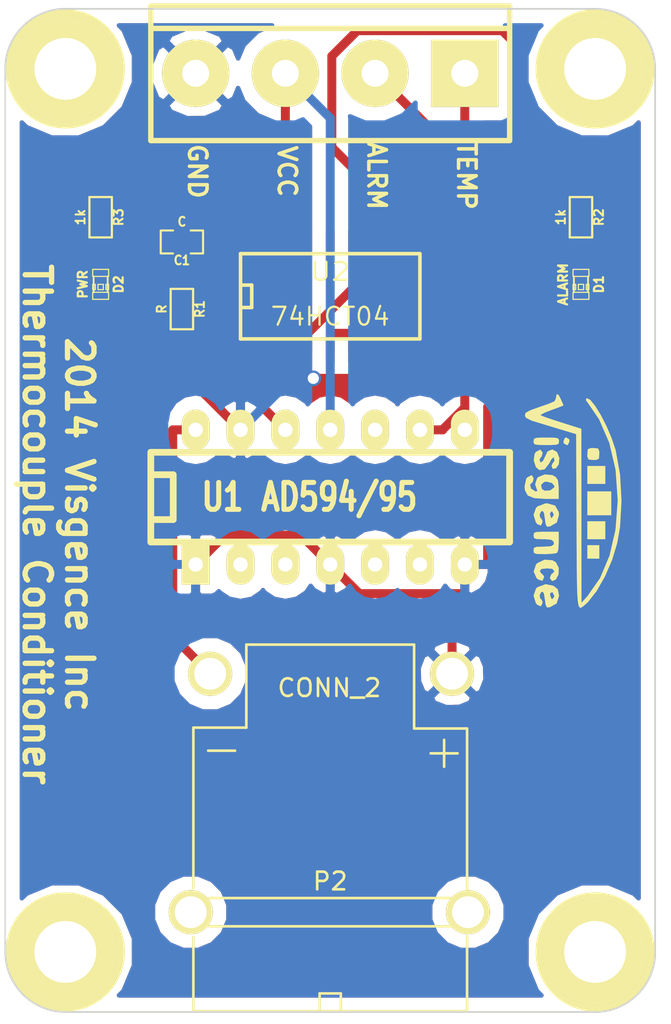
<source format=kicad_pcb>
(kicad_pcb (version 3) (host pcbnew "(2014-03-07 BZR 4737)-product")

  (general
    (links 25)
    (no_connects 0)
    (area 38.5 30.792 78.021648 91.500001)
    (thickness 1.6)
    (drawings 14)
    (tracks 89)
    (zones 0)
    (modules 15)
    (nets 16)
  )

  (page A4)
  (layers
    (15 F.Cu signal)
    (0 B.Cu signal)
    (16 B.Adhes user)
    (17 F.Adhes user)
    (18 B.Paste user)
    (19 F.Paste user)
    (20 B.SilkS user)
    (21 F.SilkS user)
    (22 B.Mask user)
    (23 F.Mask user)
    (24 Dwgs.User user)
    (25 Cmts.User user)
    (26 Eco1.User user)
    (27 Eco2.User user)
    (28 Edge.Cuts user)
  )

  (setup
    (last_trace_width 0.508)
    (trace_clearance 0.254)
    (zone_clearance 0.762)
    (zone_45_only no)
    (trace_min 0.254)
    (segment_width 0.2)
    (edge_width 0.1)
    (via_size 0.889)
    (via_drill 0.635)
    (via_min_size 0.889)
    (via_min_drill 0.508)
    (uvia_size 0.508)
    (uvia_drill 0.127)
    (uvias_allowed no)
    (uvia_min_size 0.508)
    (uvia_min_drill 0.127)
    (pcb_text_width 0.3)
    (pcb_text_size 1.5 1.5)
    (mod_edge_width 0.15)
    (mod_text_size 1 1)
    (mod_text_width 0.15)
    (pad_size 6 6)
    (pad_drill 3.5)
    (pad_to_mask_clearance 0)
    (aux_axis_origin 0 0)
    (visible_elements 7FFFFF7F)
    (pcbplotparams
      (layerselection 283148289)
      (usegerberextensions true)
      (excludeedgelayer false)
      (linewidth 0.150000)
      (plotframeref false)
      (viasonmask false)
      (mode 1)
      (useauxorigin false)
      (hpglpennumber 1)
      (hpglpenspeed 20)
      (hpglpendiameter 15)
      (hpglpenoverlay 2)
      (psnegative false)
      (psa4output false)
      (plotreference true)
      (plotvalue true)
      (plotothertext true)
      (plotinvisibletext false)
      (padsonsilk false)
      (subtractmaskfromsilk true)
      (outputformat 1)
      (mirror false)
      (drillshape 0)
      (scaleselection 1)
      (outputdirectory gerber))
  )

  (net 0 "")
  (net 1 ALARM)
  (net 2 GND)
  (net 3 "Net-(D1-Pad1)")
  (net 4 "Net-(D2-Pad1)")
  (net 5 "Net-(P2-Pad2)")
  (net 6 "Net-(R1-Pad2)")
  (net 7 "Net-(R2-Pad1)")
  (net 8 "Net-(U1-Pad10)")
  (net 9 "Net-(U1-Pad2)")
  (net 10 "Net-(U1-Pad3)")
  (net 11 "Net-(U1-Pad5)")
  (net 12 "Net-(U1-Pad6)")
  (net 13 "Net-(U2-Pad4)")
  (net 14 TEMP)
  (net 15 VCC)

  (net_class Default "This is the default net class."
    (clearance 0.254)
    (trace_width 0.508)
    (via_dia 0.889)
    (via_drill 0.635)
    (uvia_dia 0.508)
    (uvia_drill 0.127)
    (add_net "")
    (add_net ALARM)
    (add_net GND)
    (add_net "Net-(D1-Pad1)")
    (add_net "Net-(D2-Pad1)")
    (add_net "Net-(P2-Pad2)")
    (add_net "Net-(R1-Pad2)")
    (add_net "Net-(R2-Pad1)")
    (add_net "Net-(U1-Pad10)")
    (add_net "Net-(U1-Pad2)")
    (add_net "Net-(U1-Pad3)")
    (add_net "Net-(U1-Pad5)")
    (add_net "Net-(U1-Pad6)")
    (add_net "Net-(U2-Pad4)")
    (add_net TEMP)
    (add_net VCC)
  )

  (module visgence_parts:SM0603_Capa_VIS (layer F.Cu) (tedit 52A163D0) (tstamp 531FD99F)
    (at 48.8 47.2 180)
    (path /531D4C2E)
    (attr smd)
    (fp_text reference C1 (at 0 -1.0414 180) (layer F.SilkS)
      (effects (font (size 0.508 0.4572) (thickness 0.1143)))
    )
    (fp_text value C (at 0 1.143 180) (layer F.SilkS)
      (effects (font (size 0.508 0.4572) (thickness 0.1143)))
    )
    (fp_line (start 0.50038 0.65024) (end 1.19888 0.65024) (layer F.SilkS) (width 0.11938))
    (fp_line (start -0.50038 0.65024) (end -1.19888 0.65024) (layer F.SilkS) (width 0.11938))
    (fp_line (start 0.50038 -0.65024) (end 1.19888 -0.65024) (layer F.SilkS) (width 0.11938))
    (fp_line (start -1.19888 -0.65024) (end -0.50038 -0.65024) (layer F.SilkS) (width 0.11938))
    (fp_line (start 1.19888 -0.635) (end 1.19888 0.635) (layer F.SilkS) (width 0.11938))
    (fp_line (start -1.19888 0.635) (end -1.19888 -0.635) (layer F.SilkS) (width 0.11938))
    (pad 1 smd rect (at -0.762 0 180) (size 0.635 1.143) (layers F.Cu F.Paste F.Mask)
      (net 15 VCC))
    (pad 2 smd rect (at 0.762 0 180) (size 0.635 1.143) (layers F.Cu F.Paste F.Mask)
      (net 2 GND))
    (model smd\capacitors\C0603.wrl
      (at (xyz 0 0 0.001))
      (scale (xyz 0.5 0.5 0.5))
      (rotate (xyz 0 0 0))
    )
  )

  (module LEDs:LED-0603 (layer F.Cu) (tedit 531FD956) (tstamp 531FD9BB)
    (at 71.4 49.6 270)
    (descr "LED 0603 smd package")
    (tags "LED led 0603 SMD smd SMT smt smdled SMDLED smtled SMTLED")
    (path /531D473C)
    (attr smd)
    (fp_text reference D1 (at 0 -1.016 270) (layer F.SilkS)
      (effects (font (size 0.508 0.508) (thickness 0.127)))
    )
    (fp_text value ALARM (at 0 1.016 270) (layer F.SilkS)
      (effects (font (size 0.508 0.508) (thickness 0.127)))
    )
    (fp_line (start 0.44958 -0.44958) (end 0.44958 0.44958) (layer F.SilkS) (width 0.06604))
    (fp_line (start 0.44958 0.44958) (end 0.84836 0.44958) (layer F.SilkS) (width 0.06604))
    (fp_line (start 0.84836 -0.44958) (end 0.84836 0.44958) (layer F.SilkS) (width 0.06604))
    (fp_line (start 0.44958 -0.44958) (end 0.84836 -0.44958) (layer F.SilkS) (width 0.06604))
    (fp_line (start -0.84836 -0.44958) (end -0.84836 0.44958) (layer F.SilkS) (width 0.06604))
    (fp_line (start -0.84836 0.44958) (end -0.44958 0.44958) (layer F.SilkS) (width 0.06604))
    (fp_line (start -0.44958 -0.44958) (end -0.44958 0.44958) (layer F.SilkS) (width 0.06604))
    (fp_line (start -0.84836 -0.44958) (end -0.44958 -0.44958) (layer F.SilkS) (width 0.06604))
    (fp_line (start 0 -0.44958) (end 0 -0.29972) (layer F.SilkS) (width 0.06604))
    (fp_line (start 0 -0.29972) (end 0.29972 -0.29972) (layer F.SilkS) (width 0.06604))
    (fp_line (start 0.29972 -0.44958) (end 0.29972 -0.29972) (layer F.SilkS) (width 0.06604))
    (fp_line (start 0 -0.44958) (end 0.29972 -0.44958) (layer F.SilkS) (width 0.06604))
    (fp_line (start 0 0.29972) (end 0 0.44958) (layer F.SilkS) (width 0.06604))
    (fp_line (start 0 0.44958) (end 0.29972 0.44958) (layer F.SilkS) (width 0.06604))
    (fp_line (start 0.29972 0.29972) (end 0.29972 0.44958) (layer F.SilkS) (width 0.06604))
    (fp_line (start 0 0.29972) (end 0.29972 0.29972) (layer F.SilkS) (width 0.06604))
    (fp_line (start 0 -0.14986) (end 0 0.14986) (layer F.SilkS) (width 0.06604))
    (fp_line (start 0 0.14986) (end 0.29972 0.14986) (layer F.SilkS) (width 0.06604))
    (fp_line (start 0.29972 -0.14986) (end 0.29972 0.14986) (layer F.SilkS) (width 0.06604))
    (fp_line (start 0 -0.14986) (end 0.29972 -0.14986) (layer F.SilkS) (width 0.06604))
    (fp_line (start 0.44958 -0.39878) (end -0.44958 -0.39878) (layer F.SilkS) (width 0.1016))
    (fp_line (start 0.44958 0.39878) (end -0.44958 0.39878) (layer F.SilkS) (width 0.1016))
    (pad 1 smd rect (at -0.7493 0 270) (size 0.79756 0.79756) (layers F.Cu F.Paste F.Mask)
      (net 3 "Net-(D1-Pad1)"))
    (pad 2 smd rect (at 0.7493 0 270) (size 0.79756 0.79756) (layers F.Cu F.Paste F.Mask)
      (net 2 GND))
  )

  (module LEDs:LED-0603 (layer F.Cu) (tedit 531FD956) (tstamp 531FD9D7)
    (at 44.2 49.6 270)
    (descr "LED 0603 smd package")
    (tags "LED led 0603 SMD smd SMT smt smdled SMDLED smtled SMTLED")
    (path /531D4B9D)
    (attr smd)
    (fp_text reference D2 (at 0 -1.016 270) (layer F.SilkS)
      (effects (font (size 0.508 0.508) (thickness 0.127)))
    )
    (fp_text value PWR (at 0 1.016 270) (layer F.SilkS)
      (effects (font (size 0.508 0.508) (thickness 0.127)))
    )
    (fp_line (start 0.44958 -0.44958) (end 0.44958 0.44958) (layer F.SilkS) (width 0.06604))
    (fp_line (start 0.44958 0.44958) (end 0.84836 0.44958) (layer F.SilkS) (width 0.06604))
    (fp_line (start 0.84836 -0.44958) (end 0.84836 0.44958) (layer F.SilkS) (width 0.06604))
    (fp_line (start 0.44958 -0.44958) (end 0.84836 -0.44958) (layer F.SilkS) (width 0.06604))
    (fp_line (start -0.84836 -0.44958) (end -0.84836 0.44958) (layer F.SilkS) (width 0.06604))
    (fp_line (start -0.84836 0.44958) (end -0.44958 0.44958) (layer F.SilkS) (width 0.06604))
    (fp_line (start -0.44958 -0.44958) (end -0.44958 0.44958) (layer F.SilkS) (width 0.06604))
    (fp_line (start -0.84836 -0.44958) (end -0.44958 -0.44958) (layer F.SilkS) (width 0.06604))
    (fp_line (start 0 -0.44958) (end 0 -0.29972) (layer F.SilkS) (width 0.06604))
    (fp_line (start 0 -0.29972) (end 0.29972 -0.29972) (layer F.SilkS) (width 0.06604))
    (fp_line (start 0.29972 -0.44958) (end 0.29972 -0.29972) (layer F.SilkS) (width 0.06604))
    (fp_line (start 0 -0.44958) (end 0.29972 -0.44958) (layer F.SilkS) (width 0.06604))
    (fp_line (start 0 0.29972) (end 0 0.44958) (layer F.SilkS) (width 0.06604))
    (fp_line (start 0 0.44958) (end 0.29972 0.44958) (layer F.SilkS) (width 0.06604))
    (fp_line (start 0.29972 0.29972) (end 0.29972 0.44958) (layer F.SilkS) (width 0.06604))
    (fp_line (start 0 0.29972) (end 0.29972 0.29972) (layer F.SilkS) (width 0.06604))
    (fp_line (start 0 -0.14986) (end 0 0.14986) (layer F.SilkS) (width 0.06604))
    (fp_line (start 0 0.14986) (end 0.29972 0.14986) (layer F.SilkS) (width 0.06604))
    (fp_line (start 0.29972 -0.14986) (end 0.29972 0.14986) (layer F.SilkS) (width 0.06604))
    (fp_line (start 0 -0.14986) (end 0.29972 -0.14986) (layer F.SilkS) (width 0.06604))
    (fp_line (start 0.44958 -0.39878) (end -0.44958 -0.39878) (layer F.SilkS) (width 0.1016))
    (fp_line (start 0.44958 0.39878) (end -0.44958 0.39878) (layer F.SilkS) (width 0.1016))
    (pad 1 smd rect (at -0.7493 0 270) (size 0.79756 0.79756) (layers F.Cu F.Paste F.Mask)
      (net 4 "Net-(D2-Pad1)"))
    (pad 2 smd rect (at 0.7493 0 270) (size 0.79756 0.79756) (layers F.Cu F.Paste F.Mask)
      (net 2 GND))
  )

  (module Connect:bornier4 (layer F.Cu) (tedit 531FE3DC) (tstamp 531FD9E4)
    (at 57.2 37.65 180)
    (descr "Bornier d'alimentation 4 pins")
    (tags DEV)
    (path /531D42CC)
    (fp_text reference P1 (at 0 -6.35 180) (layer F.SilkS) hide
      (effects (font (size 2.6162 1.59766) (thickness 0.3048)))
    )
    (fp_text value CONN_4 (at 0 5.08 180) (layer F.SilkS) hide
      (effects (font (thickness 0.3048)))
    )
    (fp_line (start -10.16 -3.81) (end -10.16 3.81) (layer F.SilkS) (width 0.3048))
    (fp_line (start 10.16 3.81) (end 10.16 -3.81) (layer F.SilkS) (width 0.3048))
    (fp_line (start 10.16 2.54) (end -10.16 2.54) (layer F.SilkS) (width 0.3048))
    (fp_line (start -10.16 -3.81) (end 10.16 -3.81) (layer F.SilkS) (width 0.3048))
    (fp_line (start -10.16 3.81) (end 10.16 3.81) (layer F.SilkS) (width 0.3048))
    (pad 2 thru_hole circle (at -2.54 0 180) (size 3.81 3.81) (drill 1.524) (layers *.Cu *.Mask F.SilkS)
      (net 1 ALARM))
    (pad 3 thru_hole circle (at 2.54 0 180) (size 3.81 3.81) (drill 1.524) (layers *.Cu *.Mask F.SilkS)
      (net 15 VCC))
    (pad 1 thru_hole rect (at -7.62 0 180) (size 3.81 3.81) (drill 1.524) (layers *.Cu *.Mask F.SilkS)
      (net 14 TEMP))
    (pad 4 thru_hole circle (at 7.62 0 180) (size 3.81 3.81) (drill 1.524) (layers *.Cu *.Mask F.SilkS)
      (net 2 GND))
    (model Device/bornier_4.wrl
      (at (xyz 0 0 0))
      (scale (xyz 1 1 1))
      (rotate (xyz 0 0 0))
    )
  )

  (module visgence_parts:SM0603_VIS (layer F.Cu) (tedit 52A161E2) (tstamp 531FE3E2)
    (at 48.8 51 270)
    (path /531D4721)
    (attr smd)
    (fp_text reference R1 (at 0 -1.016 270) (layer F.SilkS)
      (effects (font (size 0.508 0.508) (thickness 0.1143)))
    )
    (fp_text value R (at 0 1.143 270) (layer F.SilkS)
      (effects (font (size 0.508 0.508) (thickness 0.1143)))
    )
    (fp_line (start -1.143 -0.635) (end 1.143 -0.635) (layer F.SilkS) (width 0.127))
    (fp_line (start 1.143 -0.635) (end 1.143 0.635) (layer F.SilkS) (width 0.127))
    (fp_line (start 1.143 0.635) (end -1.143 0.635) (layer F.SilkS) (width 0.127))
    (fp_line (start -1.143 0.635) (end -1.143 -0.635) (layer F.SilkS) (width 0.127))
    (pad 1 smd rect (at -0.762 0 270) (size 0.635 1.143) (layers F.Cu F.Paste F.Mask)
      (net 15 VCC))
    (pad 2 smd rect (at 0.762 0 270) (size 0.635 1.143) (layers F.Cu F.Paste F.Mask)
      (net 6 "Net-(R1-Pad2)"))
    (model smd\resistors\R0603.wrl
      (at (xyz 0 0 0.001))
      (scale (xyz 0.5 0.5 0.5))
      (rotate (xyz 0 0 0))
    )
  )

  (module visgence_parts:SM0603_VIS (layer F.Cu) (tedit 52A161E2) (tstamp 531FD9F8)
    (at 71.4 45.8 270)
    (path /531D49AE)
    (attr smd)
    (fp_text reference R2 (at 0 -1.016 270) (layer F.SilkS)
      (effects (font (size 0.508 0.508) (thickness 0.1143)))
    )
    (fp_text value 1k (at 0 1.143 270) (layer F.SilkS)
      (effects (font (size 0.508 0.508) (thickness 0.1143)))
    )
    (fp_line (start -1.143 -0.635) (end 1.143 -0.635) (layer F.SilkS) (width 0.127))
    (fp_line (start 1.143 -0.635) (end 1.143 0.635) (layer F.SilkS) (width 0.127))
    (fp_line (start 1.143 0.635) (end -1.143 0.635) (layer F.SilkS) (width 0.127))
    (fp_line (start -1.143 0.635) (end -1.143 -0.635) (layer F.SilkS) (width 0.127))
    (pad 1 smd rect (at -0.762 0 270) (size 0.635 1.143) (layers F.Cu F.Paste F.Mask)
      (net 7 "Net-(R2-Pad1)"))
    (pad 2 smd rect (at 0.762 0 270) (size 0.635 1.143) (layers F.Cu F.Paste F.Mask)
      (net 3 "Net-(D1-Pad1)"))
    (model smd\resistors\R0603.wrl
      (at (xyz 0 0 0.001))
      (scale (xyz 0.5 0.5 0.5))
      (rotate (xyz 0 0 0))
    )
  )

  (module visgence_parts:SM0603_VIS (layer F.Cu) (tedit 52A161E2) (tstamp 531FDA02)
    (at 44.2 45.8 270)
    (path /531D4BA8)
    (attr smd)
    (fp_text reference R3 (at 0 -1.016 270) (layer F.SilkS)
      (effects (font (size 0.508 0.508) (thickness 0.1143)))
    )
    (fp_text value 1k (at 0 1.143 270) (layer F.SilkS)
      (effects (font (size 0.508 0.508) (thickness 0.1143)))
    )
    (fp_line (start -1.143 -0.635) (end 1.143 -0.635) (layer F.SilkS) (width 0.127))
    (fp_line (start 1.143 -0.635) (end 1.143 0.635) (layer F.SilkS) (width 0.127))
    (fp_line (start 1.143 0.635) (end -1.143 0.635) (layer F.SilkS) (width 0.127))
    (fp_line (start -1.143 0.635) (end -1.143 -0.635) (layer F.SilkS) (width 0.127))
    (pad 1 smd rect (at -0.762 0 270) (size 0.635 1.143) (layers F.Cu F.Paste F.Mask)
      (net 15 VCC))
    (pad 2 smd rect (at 0.762 0 270) (size 0.635 1.143) (layers F.Cu F.Paste F.Mask)
      (net 4 "Net-(D2-Pad1)"))
    (model smd\resistors\R0603.wrl
      (at (xyz 0 0 0.001))
      (scale (xyz 0.5 0.5 0.5))
      (rotate (xyz 0 0 0))
    )
  )

  (module Sockets_DIP:DIP-14__300_ELL (layer F.Cu) (tedit 531FE3A4) (tstamp 531FEEBF)
    (at 57.2 61.65)
    (descr "14 pins DIL package, elliptical pads")
    (tags DIL)
    (path /531D4147)
    (fp_text reference U1 (at -6.096 0) (layer F.SilkS)
      (effects (font (size 1.524 1.143) (thickness 0.3048)))
    )
    (fp_text value AD594/95 (at 0.508 0) (layer F.SilkS)
      (effects (font (size 1.524 1.143) (thickness 0.3048)))
    )
    (fp_line (start -10.16 -2.54) (end 10.16 -2.54) (layer F.SilkS) (width 0.381))
    (fp_line (start 10.16 2.54) (end -10.16 2.54) (layer F.SilkS) (width 0.381))
    (fp_line (start -10.16 2.54) (end -10.16 -2.54) (layer F.SilkS) (width 0.381))
    (fp_line (start -10.16 -1.27) (end -8.89 -1.27) (layer F.SilkS) (width 0.381))
    (fp_line (start -8.89 -1.27) (end -8.89 1.27) (layer F.SilkS) (width 0.381))
    (fp_line (start -8.89 1.27) (end -10.16 1.27) (layer F.SilkS) (width 0.381))
    (fp_line (start 10.16 -2.54) (end 10.16 2.54) (layer F.SilkS) (width 0.381))
    (pad 1 thru_hole rect (at -7.62 3.81) (size 1.5748 2.286) (drill 0.8128) (layers *.Cu *.Mask F.SilkS)
      (net 2 GND))
    (pad 2 thru_hole oval (at -5.08 3.81) (size 1.5748 2.286) (drill 0.8128) (layers *.Cu *.Mask F.SilkS)
      (net 9 "Net-(U1-Pad2)"))
    (pad 3 thru_hole oval (at -2.54 3.81) (size 1.5748 2.286) (drill 0.8128) (layers *.Cu *.Mask F.SilkS)
      (net 10 "Net-(U1-Pad3)"))
    (pad 4 thru_hole oval (at 0 3.81) (size 1.5748 2.286) (drill 0.8128) (layers *.Cu *.Mask F.SilkS)
      (net 2 GND))
    (pad 5 thru_hole oval (at 2.54 3.81) (size 1.5748 2.286) (drill 0.8128) (layers *.Cu *.Mask F.SilkS)
      (net 11 "Net-(U1-Pad5)"))
    (pad 6 thru_hole oval (at 5.08 3.81) (size 1.5748 2.286) (drill 0.8128) (layers *.Cu *.Mask F.SilkS)
      (net 12 "Net-(U1-Pad6)"))
    (pad 7 thru_hole oval (at 7.62 3.81) (size 1.5748 2.286) (drill 0.8128) (layers *.Cu *.Mask F.SilkS)
      (net 2 GND))
    (pad 8 thru_hole oval (at 7.62 -3.81) (size 1.5748 2.286) (drill 0.8128) (layers *.Cu *.Mask F.SilkS)
      (net 14 TEMP))
    (pad 9 thru_hole oval (at 5.08 -3.81) (size 1.5748 2.286) (drill 0.8128) (layers *.Cu *.Mask F.SilkS)
      (net 14 TEMP))
    (pad 10 thru_hole oval (at 2.54 -3.81) (size 1.5748 2.286) (drill 0.8128) (layers *.Cu *.Mask F.SilkS)
      (net 8 "Net-(U1-Pad10)"))
    (pad 11 thru_hole oval (at 0 -3.81) (size 1.5748 2.286) (drill 0.8128) (layers *.Cu *.Mask F.SilkS)
      (net 15 VCC))
    (pad 12 thru_hole oval (at -2.54 -3.81) (size 1.5748 2.286) (drill 0.8128) (layers *.Cu *.Mask F.SilkS)
      (net 6 "Net-(R1-Pad2)"))
    (pad 13 thru_hole oval (at -5.08 -3.81) (size 1.5748 2.286) (drill 0.8128) (layers *.Cu *.Mask F.SilkS)
      (net 2 GND))
    (pad 14 thru_hole oval (at -7.62 -3.81) (size 1.5748 2.286) (drill 0.8128) (layers *.Cu *.Mask F.SilkS)
      (net 5 "Net-(P2-Pad2)"))
    (model dil/dil_14.wrl
      (at (xyz 0 0 0))
      (scale (xyz 1 1 1))
      (rotate (xyz 0 0 0))
    )
  )

  (module SMD_Packages:SO14N (layer F.Cu) (tedit 531FD956) (tstamp 531FEEA5)
    (at 57.2 50.15)
    (descr "Module CMS SOJ 14 pins Large")
    (tags "CMS SOJ")
    (path /531D4921)
    (attr smd)
    (fp_text reference U2 (at 0 -1.27) (layer F.SilkS)
      (effects (font (size 1.016 1.143) (thickness 0.127)))
    )
    (fp_text value 74HCT04 (at 0 1.27) (layer F.SilkS)
      (effects (font (size 1.016 1.016) (thickness 0.127)))
    )
    (fp_line (start 5.08 -2.286) (end 5.08 2.54) (layer F.SilkS) (width 0.2032))
    (fp_line (start 5.08 2.54) (end -5.08 2.54) (layer F.SilkS) (width 0.2032))
    (fp_line (start -5.08 2.54) (end -5.08 -2.286) (layer F.SilkS) (width 0.2032))
    (fp_line (start -5.08 -2.286) (end 5.08 -2.286) (layer F.SilkS) (width 0.2032))
    (fp_line (start -5.08 -0.508) (end -4.445 -0.508) (layer F.SilkS) (width 0.2032))
    (fp_line (start -4.445 -0.508) (end -4.445 0.762) (layer F.SilkS) (width 0.2032))
    (fp_line (start -4.445 0.762) (end -5.08 0.762) (layer F.SilkS) (width 0.2032))
    (pad 1 smd rect (at -3.81 3.302) (size 0.508 1.143) (layers F.Cu F.Paste F.Mask)
      (net 6 "Net-(R1-Pad2)"))
    (pad 2 smd rect (at -2.54 3.302) (size 0.508 1.143) (layers F.Cu F.Paste F.Mask)
      (net 7 "Net-(R2-Pad1)"))
    (pad 3 smd rect (at -1.27 3.302) (size 0.508 1.143) (layers F.Cu F.Paste F.Mask)
      (net 7 "Net-(R2-Pad1)"))
    (pad 4 smd rect (at 0 3.302) (size 0.508 1.143) (layers F.Cu F.Paste F.Mask)
      (net 13 "Net-(U2-Pad4)"))
    (pad 5 smd rect (at 1.27 3.302) (size 0.508 1.143) (layers F.Cu F.Paste F.Mask)
      (net 13 "Net-(U2-Pad4)"))
    (pad 6 smd rect (at 2.54 3.302) (size 0.508 1.143) (layers F.Cu F.Paste F.Mask)
      (net 1 ALARM))
    (pad 7 smd rect (at 3.81 3.302) (size 0.508 1.143) (layers F.Cu F.Paste F.Mask)
      (net 2 GND))
    (pad 8 smd rect (at 3.81 -3.048) (size 0.508 1.143) (layers F.Cu F.Paste F.Mask))
    (pad 9 smd rect (at 2.54 -3.048) (size 0.508 1.143) (layers F.Cu F.Paste F.Mask))
    (pad 11 smd rect (at 0 -3.048) (size 0.508 1.143) (layers F.Cu F.Paste F.Mask))
    (pad 12 smd rect (at -1.27 -3.048) (size 0.508 1.143) (layers F.Cu F.Paste F.Mask))
    (pad 13 smd rect (at -2.54 -3.048) (size 0.508 1.143) (layers F.Cu F.Paste F.Mask))
    (pad 14 smd rect (at -3.81 -3.048) (size 0.508 1.143) (layers F.Cu F.Paste F.Mask)
      (net 15 VCC))
    (pad 10 smd rect (at 1.27 -3.048) (size 0.508 1.143) (layers F.Cu F.Paste F.Mask))
    (model smd/cms_so14.wrl
      (at (xyz 0 0 0))
      (scale (xyz 0.5 0.4 0.5))
      (rotate (xyz 0 0 0))
    )
  )

  (module visgence_parts:PCC-SMP (layer F.Cu) (tedit 531FE0CE) (tstamp 531FE3CC)
    (at 57.2 78.4 180)
    (path /531D42A1)
    (fp_text reference P2 (at 0 -5 180) (layer F.SilkS)
      (effects (font (size 1 1) (thickness 0.15)))
    )
    (fp_text value CONN_2 (at 0.05 5.95 180) (layer F.SilkS)
      (effects (font (size 1 1) (thickness 0.15)))
    )
    (fp_line (start 0.6 -12.35) (end 0.6 -11.35) (layer F.SilkS) (width 0.15))
    (fp_line (start 0.6 -11.35) (end -0.6 -11.35) (layer F.SilkS) (width 0.15))
    (fp_line (start -0.6 -11.35) (end -0.6 -12.35) (layer F.SilkS) (width 0.15))
    (fp_text user - (at 6.15 2.55 180) (layer F.SilkS)
      (effects (font (size 2 2) (thickness 0.15)))
    )
    (fp_text user + (at -6.45 2.4 180) (layer F.SilkS)
      (effects (font (size 2 2) (thickness 0.15)))
    )
    (fp_line (start -7.75 3.65) (end -4.75 3.65) (layer F.SilkS) (width 0.15))
    (fp_line (start -4.75 3.65) (end -4.75 8.4) (layer F.SilkS) (width 0.15))
    (fp_line (start -4.75 8.4) (end 4.75 8.4) (layer F.SilkS) (width 0.15))
    (fp_line (start 4.75 8.4) (end 4.75 8.05) (layer F.SilkS) (width 0.15))
    (fp_line (start 7.75 3.7) (end 4.75 3.7) (layer F.SilkS) (width 0.15))
    (fp_line (start 4.75 3.7) (end 4.75 8.25) (layer F.SilkS) (width 0.15))
    (fp_line (start -7.75 -5.45) (end -7.75 3.65) (layer F.SilkS) (width 0.15))
    (fp_line (start 7.75 -5.4) (end 7.75 3.65) (layer F.SilkS) (width 0.15))
    (fp_line (start 7.75 -12.35) (end 7.75 -8.15) (layer F.SilkS) (width 0.15))
    (fp_line (start 0 -12.35) (end -7.75 -12.35) (layer F.SilkS) (width 0.15))
    (fp_line (start -7.75 -12.35) (end -7.75 -8.1) (layer F.SilkS) (width 0.15))
    (fp_line (start 0 -12.35) (end 7.75 -12.35) (layer F.SilkS) (width 0.15))
    (fp_line (start -6.8 -5.95) (end 6.85 -5.95) (layer F.SilkS) (width 0.15))
    (fp_line (start -6.85 -7.55) (end 6.85 -7.55) (layer F.SilkS) (width 0.15))
    (pad 2 thru_hole circle (at 6.8 6.75 180) (size 2.5 2.5) (drill 1.8) (layers *.Cu *.Mask F.SilkS)
      (net 5 "Net-(P2-Pad2)"))
    (pad 1 thru_hole circle (at -6.9 6.75 180) (size 2.5 2.5) (drill 1.8) (layers *.Cu *.Mask F.SilkS)
      (net 2 GND))
    (pad "" thru_hole circle (at 7.9 -6.75 180) (size 2.5 2.5) (drill 1.8) (layers *.Cu *.Mask F.SilkS))
    (pad "" thru_hole circle (at -7.8 -6.75 180) (size 2.5 2.5) (drill 1.8) (layers *.Cu *.Mask F.SilkS))
  )

  (module visgence_parts:1pin_C (layer F.Cu) (tedit 531FEC64) (tstamp 531FECC2)
    (at 72.2 37.4)
    (descr "module 1 pin (ou trou mecanique de percage)")
    (tags DEV)
    (path 1pin)
    (fp_text reference h2 (at 0 -3.048) (layer F.SilkS) hide
      (effects (font (size 1.016 1.016) (thickness 0.254)))
    )
    (fp_text value pin (at 0 2.794) (layer F.SilkS) hide
      (effects (font (size 1.016 1.016) (thickness 0.254)))
    )
    (fp_circle (center 0 0) (end 3.175 0.2286) (layer F.SilkS) (width 0.381))
    (pad 1 thru_hole circle (at 0 0) (size 6 6) (drill 3.5) (layers *.Cu *.Mask F.SilkS))
  )

  (module visgence_parts:1pin_C (layer F.Cu) (tedit 531FEC5B) (tstamp 531FECCD)
    (at 42.2 37.4)
    (descr "module 1 pin (ou trou mecanique de percage)")
    (tags DEV)
    (path 1pin)
    (fp_text reference h1 (at 0 -3.048) (layer F.SilkS) hide
      (effects (font (size 1.016 1.016) (thickness 0.254)))
    )
    (fp_text value pin (at 0 2.794) (layer F.SilkS) hide
      (effects (font (size 1.016 1.016) (thickness 0.254)))
    )
    (fp_circle (center 0 0) (end 3.175 0.2286) (layer F.SilkS) (width 0.381))
    (pad 1 thru_hole circle (at 0 0) (size 6 6) (drill 3.5) (layers *.Cu *.Mask F.SilkS))
  )

  (module visgence_parts:1pin_C (layer F.Cu) (tedit 531FEC78) (tstamp 531FED10)
    (at 72.2 87.4)
    (descr "module 1 pin (ou trou mecanique de percage)")
    (tags DEV)
    (path 1pin)
    (fp_text reference h4 (at 0 -3.048) (layer F.SilkS) hide
      (effects (font (size 1.016 1.016) (thickness 0.254)))
    )
    (fp_text value pin (at 0 2.794) (layer F.SilkS) hide
      (effects (font (size 1.016 1.016) (thickness 0.254)))
    )
    (fp_circle (center 0 0) (end 3.175 0.2286) (layer F.SilkS) (width 0.381))
    (pad 1 thru_hole circle (at 0 0) (size 6 6) (drill 3.5) (layers *.Cu *.Mask F.SilkS))
  )

  (module visgence_parts:1pin_C (layer F.Cu) (tedit 531FEC6C) (tstamp 531FED1C)
    (at 42.2 87.4)
    (descr "module 1 pin (ou trou mecanique de percage)")
    (tags DEV)
    (path 1pin)
    (fp_text reference h3 (at 0 -3.048) (layer F.SilkS) hide
      (effects (font (size 1.016 1.016) (thickness 0.254)))
    )
    (fp_text value pin (at 0 2.794) (layer F.SilkS) hide
      (effects (font (size 1.016 1.016) (thickness 0.254)))
    )
    (fp_circle (center 0 0) (end 3.175 0.2286) (layer F.SilkS) (width 0.381))
    (pad 1 thru_hole circle (at 0 0) (size 6 6) (drill 3.5) (layers *.Cu *.Mask F.SilkS))
  )

  (module visgence_parts:LOGO (layer F.Cu) (tedit 516D6A74) (tstamp 531FF259)
    (at 71 62 270)
    (fp_text reference G*** (at 0 3.63982 270) (layer F.SilkS) hide
      (effects (font (thickness 0.3048)))
    )
    (fp_text value LOGO (at 0 -3.63982 270) (layer F.SilkS) hide
      (effects (font (thickness 0.3048)))
    )
    (fp_poly (pts (xy -4.96824 2.77622) (xy -4.8514 2.72288) (xy -4.6863 2.41046) (xy -4.59486 2.11328)
      (xy -3.91668 -0.127) (xy 1.0033 -0.14732) (xy 2.46126 -0.15494) (xy 3.60934 -0.16002)
      (xy 4.4831 -0.17272) (xy 5.1181 -0.1905) (xy 5.54482 -0.22098) (xy 5.79628 -0.26416)
      (xy 5.9055 -0.32766) (xy 5.9055 -0.41402) (xy 5.8293 -0.52578) (xy 5.70738 -0.66802)
      (xy 5.59054 -0.79502) (xy 4.9657 -1.28778) (xy 4.13004 -1.76276) (xy 3.18262 -2.1717)
      (xy 2.21488 -2.46126) (xy 1.31826 -2.61366) (xy -0.1397 -2.69494) (xy -1.63068 -2.61366)
      (xy -2.99212 -2.36728) (xy -3.04038 -2.35458) (xy -3.69316 -2.13614) (xy -4.37134 -1.84658)
      (xy -5.0038 -1.52146) (xy -5.5245 -1.19888) (xy -5.86486 -0.91948) (xy -5.9563 -0.71882)
      (xy -5.94614 -0.6985) (xy -5.83184 -0.6858) (xy -5.55752 -0.88138) (xy -4.74726 -1.43002)
      (xy -3.42392 -2.00406) (xy -1.89992 -2.35966) (xy -0.21082 -2.47904) (xy -0.10668 -2.47904)
      (xy 1.4986 -2.35458) (xy 2.96164 -2.01676) (xy 4.2291 -1.48336) (xy 5.25272 -0.76962)
      (xy 5.62864 -0.42926) (xy -4.22148 -0.42164) (xy -4.58216 0.72136) (xy -4.76504 1.28524)
      (xy -4.90982 1.7018) (xy -4.98856 1.88468) (xy -5.01396 1.87706) (xy -5.12826 1.66878)
      (xy -5.28574 1.27) (xy -5.3467 1.09474) (xy -5.48132 0.73406) (xy -5.54482 0.59182)
      (xy -5.6388 0.62738) (xy -5.92328 0.75184) (xy -6.16204 0.88138) (xy -6.16712 0.98044)
      (xy -5.91312 1.0287) (xy -5.77596 1.10744) (xy -5.6261 1.45542) (xy -5.4991 1.82626)
      (xy -5.31368 2.35204) (xy -5.26034 2.4892) (xy -5.12318 2.73558) (xy -4.96824 2.77622)) (layer F.SilkS) (width 0.00254))
    (fp_poly (pts (xy -0.9652 2.794) (xy -0.7366 2.77368) (xy -0.4445 2.6162) (xy -0.29464 2.24536)
      (xy -0.25146 1.60528) (xy -0.25146 0.8636) (xy -0.79502 0.86106) (xy -0.9652 0.8636)
      (xy -1.30302 0.90424) (xy -1.49352 1.0287) (xy -1.6002 1.22174) (xy -1.63576 1.65354)
      (xy -1.4859 2.02438) (xy -1.41478 2.08788) (xy -1.07696 2.1971) (xy -1.0414 2.1844)
      (xy -1.0414 1.85928) (xy -1.21158 1.68402) (xy -1.22682 1.5367) (xy -1.14808 1.23952)
      (xy -0.9779 1.09982) (xy -0.89916 1.12014) (xy -0.73406 1.34112) (xy -0.71374 1.65862)
      (xy -0.8128 1.81356) (xy -1.0414 1.85928) (xy -1.0414 2.1844) (xy -0.77724 2.09804)
      (xy -0.72644 2.05486) (xy -0.67564 2.1336) (xy -0.68326 2.1971) (xy -0.8382 2.4257)
      (xy -1.05918 2.48412) (xy -1.06172 2.48158) (xy -1.18364 2.35966) (xy -1.19888 2.33426)
      (xy -1.39446 2.28346) (xy -1.43764 2.286) (xy -1.6002 2.39014) (xy -1.46812 2.63906)
      (xy -1.39446 2.70002) (xy -0.9652 2.794)) (layer F.SilkS) (width 0.00254))
    (fp_poly (pts (xy -3.51282 2.28346) (xy -3.43154 2.28092) (xy -3.3401 2.2225) (xy -3.30708 2.01676)
      (xy -3.29946 1.56464) (xy -3.302 1.29032) (xy -3.31978 0.98044) (xy -3.38074 0.8636)
      (xy -3.51282 0.84582) (xy -3.5941 0.84836) (xy -3.68554 0.90678) (xy -3.71856 1.11506)
      (xy -3.72364 1.56464) (xy -3.72364 1.83896) (xy -3.70586 2.14884) (xy -3.6449 2.26568)
      (xy -3.51282 2.28346)) (layer F.SilkS) (width 0.00254))
    (fp_poly (pts (xy -2.42316 2.27584) (xy -2.0447 2.14884) (xy -1.8796 1.95072) (xy -1.92532 1.65862)
      (xy -2.26314 1.397) (xy -2.47142 1.29032) (xy -2.6162 1.15062) (xy -2.45364 1.09982)
      (xy -2.41554 1.10236) (xy -2.28346 1.18364) (xy -2.28092 1.20396) (xy -2.11582 1.26746)
      (xy -1.95326 1.19888) (xy -1.9812 1.01854) (xy -2.20726 0.85598) (xy -2.5654 0.82296)
      (xy -2.90322 0.95504) (xy -3.04546 1.21158) (xy -3.04546 1.2446) (xy -2.93878 1.49352)
      (xy -2.58572 1.6637) (xy -2.41046 1.74498) (xy -2.30378 1.8796) (xy -2.44602 1.94564)
      (xy -2.49174 1.9431) (xy -2.62382 1.86182) (xy -2.63906 1.83134) (xy -2.83464 1.77546)
      (xy -2.89306 1.78054) (xy -3.04292 1.90754) (xy -2.91338 2.15138) (xy -2.80416 2.22504)
      (xy -2.42316 2.27584)) (layer F.SilkS) (width 0.00254))
    (fp_poly (pts (xy 0.65532 2.286) (xy 1.0795 2.15392) (xy 1.18364 2.06502) (xy 1.2573 1.86436)
      (xy 1.05664 1.77546) (xy 0.98044 1.78308) (xy 0.84582 1.86182) (xy 0.81788 1.91008)
      (xy 0.63246 1.94056) (xy 0.45974 1.85674) (xy 0.4318 1.76784) (xy 0.54864 1.69164)
      (xy 0.635 1.67894) (xy 0.635 1.35382) (xy 0.5461 1.3462) (xy 0.4445 1.24714)
      (xy 0.44958 1.23444) (xy 0.635 1.14046) (xy 0.65532 1.143) (xy 0.8255 1.24714)
      (xy 0.8255 1.29032) (xy 0.635 1.35382) (xy 0.635 1.67894) (xy 0.92456 1.63576)
      (xy 1.17856 1.6002) (xy 1.32334 1.52654) (xy 1.31064 1.36144) (xy 1.31064 1.36144)
      (xy 1.08712 0.97028) (xy 0.66294 0.84582) (xy 0.49022 0.85852) (xy 0.12446 1.0668)
      (xy 0 1.5113) (xy 0.00508 1.61544) (xy 0.17526 2.06248) (xy 0.26162 2.14884)
      (xy 0.65532 2.286)) (layer F.SilkS) (width 0.00254))
    (fp_poly (pts (xy 2.667 2.28346) (xy 2.7051 2.28346) (xy 2.82448 2.2479) (xy 2.8702 2.07772)
      (xy 2.87528 1.67132) (xy 2.87528 1.59258) (xy 2.85242 1.17602) (xy 2.80924 0.95504)
      (xy 2.63398 0.88392) (xy 2.17678 0.85598) (xy 1.60782 0.86106) (xy 1.60782 1.57226)
      (xy 1.60782 1.83642) (xy 1.6256 2.14884) (xy 1.68656 2.26568) (xy 1.81864 2.28346)
      (xy 1.96342 2.2606) (xy 2.02184 2.11582) (xy 2.032 1.74244) (xy 2.032 1.62052)
      (xy 2.06502 1.27762) (xy 2.16662 1.15062) (xy 2.32664 1.1303) (xy 2.42824 1.30048)
      (xy 2.45364 1.7399) (xy 2.4638 2.11328) (xy 2.51968 2.2606) (xy 2.667 2.28346)) (layer F.SilkS) (width 0.00254))
    (fp_poly (pts (xy 3.86334 2.28092) (xy 4.23164 2.11582) (xy 4.31546 2.0193) (xy 4.38912 1.78562)
      (xy 4.191 1.69164) (xy 4.11988 1.69672) (xy 3.97764 1.82626) (xy 3.9751 1.84912)
      (xy 3.83032 1.9304) (xy 3.71602 1.83642) (xy 3.683 1.52146) (xy 3.7084 1.22682)
      (xy 3.83032 1.11506) (xy 3.85826 1.11252) (xy 3.97764 1.2192) (xy 3.98526 1.26238)
      (xy 4.191 1.35382) (xy 4.25958 1.34874) (xy 4.40182 1.2319) (xy 4.31546 1.02616)
      (xy 4.02082 0.86868) (xy 3.64744 0.85852) (xy 3.33756 1.02108) (xy 3.22326 1.21666)
      (xy 3.19024 1.6637) (xy 3.38074 2.06756) (xy 3.46964 2.14884) (xy 3.86334 2.28092)) (layer F.SilkS) (width 0.00254))
    (fp_poly (pts (xy 5.22732 2.286) (xy 5.6515 2.15392) (xy 5.75564 2.06502) (xy 5.8293 1.86436)
      (xy 5.62864 1.77546) (xy 5.55244 1.78308) (xy 5.41782 1.86182) (xy 5.38988 1.91008)
      (xy 5.20446 1.94056) (xy 5.03174 1.85674) (xy 5.0038 1.76784) (xy 5.12064 1.69164)
      (xy 5.19938 1.68148) (xy 5.19938 1.35382) (xy 5.07238 1.33096) (xy 5.0292 1.21666)
      (xy 5.2324 1.11506) (xy 5.28828 1.10998) (xy 5.41782 1.2192) (xy 5.4102 1.26492)
      (xy 5.19938 1.35382) (xy 5.19938 1.68148) (xy 5.49656 1.63576) (xy 5.75056 1.6002)
      (xy 5.89534 1.52654) (xy 5.88264 1.36144) (xy 5.66928 0.9779) (xy 5.25526 0.84582)
      (xy 5.1943 0.84836) (xy 4.8641 0.9144) (xy 4.66852 1.15824) (xy 4.57708 1.6002)
      (xy 4.74726 2.06248) (xy 4.83362 2.14884) (xy 5.22732 2.286)) (layer F.SilkS) (width 0.00254))
    (fp_poly (pts (xy -3.51282 0.59182) (xy -3.4036 0.57912) (xy -3.29946 0.42164) (xy -3.3147 0.33528)
      (xy -3.51282 0.25146) (xy -3.6195 0.26416) (xy -3.72364 0.42164) (xy -3.71094 0.508)
      (xy -3.51282 0.59182)) (layer F.SilkS) (width 0.00254))
    (fp_poly (pts (xy -2.79146 -0.762) (xy -2.63906 -0.762) (xy -2.4765 -0.83058) (xy -2.45364 -1.09982)
      (xy -2.45618 -1.25476) (xy -2.52476 -1.41478) (xy -2.79146 -1.43764) (xy -2.9464 -1.4351)
      (xy -3.10896 -1.36906) (xy -3.13182 -1.09982) (xy -3.12928 -0.94488) (xy -3.0607 -0.78486)
      (xy -2.79146 -0.762)) (layer F.SilkS) (width 0.00254))
    (fp_poly (pts (xy -1.09982 -0.762) (xy -1.09982 -1.778) (xy -2.11582 -1.778) (xy -2.11582 -0.762)
      (xy -1.09982 -0.762)) (layer F.SilkS) (width 0.00254))
    (fp_poly (pts (xy 0.67564 -0.762) (xy 0.67564 -2.11582) (xy -0.67564 -2.11582) (xy -0.67564 -0.762)
      (xy 0.67564 -0.762)) (layer F.SilkS) (width 0.00254))
    (fp_poly (pts (xy 2.032 -0.762) (xy 2.032 -1.778) (xy 1.016 -1.778) (xy 1.016 -0.762)
      (xy 2.032 -0.762)) (layer F.SilkS) (width 0.00254))
    (fp_poly (pts (xy 3.13182 -0.762) (xy 3.13182 -1.43764) (xy 2.36982 -1.43764) (xy 2.36982 -0.762)
      (xy 3.13182 -0.762)) (layer F.SilkS) (width 0.00254))
  )

  (gr_line (start 38.8 87.4) (end 38.8 37.2) (angle 90) (layer Edge.Cuts) (width 0.1))
  (gr_line (start 72 90.8) (end 42.2 90.8) (angle 90) (layer Edge.Cuts) (width 0.1))
  (gr_line (start 75.6 37.4) (end 75.6 87.6) (angle 90) (layer Edge.Cuts) (width 0.1))
  (gr_line (start 42.4 34) (end 72.2 34) (angle 90) (layer Edge.Cuts) (width 0.1))
  (gr_arc (start 42.2 87.4) (end 42.2 90.8) (angle 90) (layer Edge.Cuts) (width 0.1))
  (gr_arc (start 72.2 87.4) (end 75.6 87.6) (angle 90) (layer Edge.Cuts) (width 0.1))
  (gr_arc (start 72.2 37.4) (end 72.2 34) (angle 90) (layer Edge.Cuts) (width 0.1))
  (gr_arc (start 42.2 37.4) (end 38.8 37.2) (angle 90) (layer Edge.Cuts) (width 0.1))
  (gr_text "Thermocouple Conditioner" (at 40.6 63.2 270) (layer F.SilkS)
    (effects (font (size 1.5 1.5) (thickness 0.3)))
  )
  (gr_text "2014 Visgence Inc" (at 43 63.2 270) (layer F.SilkS)
    (effects (font (size 1.5 1.5) (thickness 0.3)))
  )
  (gr_text "TEMP\n" (at 64.92 43.452 270) (layer F.SilkS)
    (effects (font (size 1 1) (thickness 0.2)))
  )
  (gr_text ALRM (at 59.84 43.452 270) (layer F.SilkS)
    (effects (font (size 1 1) (thickness 0.2)))
  )
  (gr_text VCC (at 54.76 43.198 270) (layer F.SilkS)
    (effects (font (size 1 1) (thickness 0.2)))
  )
  (gr_text GND (at 49.68 43.198 270) (layer F.SilkS)
    (effects (font (size 1 1) (thickness 0.2)))
  )

  (segment (start 62.5736 40.4836) (end 59.74 37.65) (width 0.508) (layer F.Cu) (net 1))
  (segment (start 62.5736 49.5386) (end 62.5736 40.4836) (width 0.508) (layer F.Cu) (net 1))
  (segment (start 59.74 52.3722) (end 62.5736 49.5386) (width 0.508) (layer F.Cu) (net 1))
  (segment (start 59.74 53.452) (end 59.74 52.3722) (width 0.508) (layer F.Cu) (net 1))
  (via (at 56.2416 54.9229) (size 0.889) (layers F.Cu B.Cu) (net 2))
  (segment (start 61.01 53.452) (end 61.01 54.5318) (width 0.508) (layer F.Cu) (net 2))
  (segment (start 55.0371 54.9229) (end 56.2416 54.9229) (width 0.508) (layer B.Cu) (net 2))
  (segment (start 52.12 57.84) (end 55.0371 54.9229) (width 0.508) (layer B.Cu) (net 2))
  (segment (start 60.6189 54.9229) (end 61.01 54.5318) (width 0.508) (layer F.Cu) (net 2))
  (segment (start 56.2416 54.9229) (end 60.6189 54.9229) (width 0.508) (layer F.Cu) (net 2))
  (segment (start 43.1201 44.1099) (end 49.58 37.65) (width 0.508) (layer F.Cu) (net 2))
  (segment (start 43.1201 50.1765) (end 43.1201 44.1099) (width 0.508) (layer F.Cu) (net 2))
  (segment (start 43.2929 50.3493) (end 43.1201 50.1765) (width 0.508) (layer F.Cu) (net 2))
  (segment (start 44.2 50.3493) (end 43.2929 50.3493) (width 0.508) (layer F.Cu) (net 2))
  (segment (start 44.2 50.3493) (end 45.0029 50.3493) (width 0.508) (layer F.Cu) (net 2))
  (segment (start 45.0029 50.3493) (end 45.1071 50.3493) (width 0.508) (layer F.Cu) (net 2))
  (segment (start 47.1766 48.2798) (end 48.038 48.2798) (width 0.508) (layer F.Cu) (net 2))
  (segment (start 45.1071 50.3493) (end 47.1766 48.2798) (width 0.508) (layer F.Cu) (net 2))
  (segment (start 48.038 47.2) (end 48.038 48.2798) (width 0.508) (layer F.Cu) (net 2))
  (segment (start 45.1071 50.8271) (end 45.1071 50.3493) (width 0.508) (layer F.Cu) (net 2))
  (segment (start 52.12 57.84) (end 45.1071 50.8271) (width 0.508) (layer F.Cu) (net 2))
  (segment (start 66.1157 56.5407) (end 71.4 51.2564) (width 0.508) (layer F.Cu) (net 2))
  (segment (start 66.1157 65.46) (end 66.1157 56.5407) (width 0.508) (layer F.Cu) (net 2))
  (segment (start 64.82 65.46) (end 66.1157 65.46) (width 0.508) (layer F.Cu) (net 2))
  (segment (start 71.4 50.3493) (end 71.4 51.2564) (width 0.508) (layer F.Cu) (net 2))
  (segment (start 52.12 63.8086) (end 52.12 57.84) (width 0.508) (layer F.Cu) (net 2))
  (segment (start 51.2314 63.8086) (end 49.58 65.46) (width 0.508) (layer F.Cu) (net 2))
  (segment (start 52.12 63.8086) (end 51.2314 63.8086) (width 0.508) (layer F.Cu) (net 2))
  (segment (start 57.2 65.4599) (end 57.2 65.46) (width 0.508) (layer F.Cu) (net 2))
  (segment (start 56.9773 65.2372) (end 57.2 65.4599) (width 0.508) (layer F.Cu) (net 2))
  (segment (start 56.9772 65.2372) (end 56.9773 65.2372) (width 0.508) (layer F.Cu) (net 2))
  (segment (start 55.5486 63.8086) (end 56.9772 65.2372) (width 0.508) (layer F.Cu) (net 2))
  (segment (start 52.12 63.8086) (end 55.5486 63.8086) (width 0.508) (layer F.Cu) (net 2))
  (segment (start 64.1 71.65) (end 64.1 67.1114) (width 0.508) (layer F.Cu) (net 2))
  (segment (start 58.8514 67.1114) (end 64.1 67.1114) (width 0.508) (layer F.Cu) (net 2))
  (segment (start 57.2 65.46) (end 58.8514 67.1114) (width 0.508) (layer F.Cu) (net 2))
  (segment (start 64.1001 67.1113) (end 64.82 67.1113) (width 0.508) (layer F.Cu) (net 2))
  (segment (start 64.1 67.1114) (end 64.1001 67.1113) (width 0.508) (layer F.Cu) (net 2))
  (segment (start 64.82 65.46) (end 64.82 67.1113) (width 0.508) (layer F.Cu) (net 2))
  (segment (start 71.4 46.562) (end 71.4 48.8507) (width 0.508) (layer F.Cu) (net 3))
  (segment (start 44.2 46.562) (end 44.2 48.8507) (width 0.508) (layer F.Cu) (net 4))
  (segment (start 48.2843 69.5343) (end 48.2843 57.84) (width 0.508) (layer F.Cu) (net 5))
  (segment (start 50.4 71.65) (end 48.2843 69.5343) (width 0.508) (layer F.Cu) (net 5))
  (segment (start 49.58 57.84) (end 48.2843 57.84) (width 0.508) (layer F.Cu) (net 5))
  (segment (start 50.49 52.3722) (end 49.8798 51.762) (width 0.508) (layer F.Cu) (net 6))
  (segment (start 53.39 52.3722) (end 50.49 52.3722) (width 0.508) (layer F.Cu) (net 6))
  (segment (start 53.39 53.452) (end 53.39 52.3722) (width 0.508) (layer F.Cu) (net 6))
  (segment (start 48.8 51.762) (end 49.8798 51.762) (width 0.508) (layer F.Cu) (net 6))
  (segment (start 53.39 56.57) (end 53.39 53.452) (width 0.508) (layer F.Cu) (net 6))
  (segment (start 54.66 57.84) (end 53.39 56.57) (width 0.508) (layer F.Cu) (net 6))
  (segment (start 55.93 52.3722) (end 54.66 52.3722) (width 0.508) (layer F.Cu) (net 7))
  (segment (start 54.66 53.452) (end 54.66 52.3722) (width 0.508) (layer F.Cu) (net 7))
  (segment (start 55.93 53.452) (end 55.93 52.9121) (width 0.508) (layer F.Cu) (net 7))
  (segment (start 55.93 52.9121) (end 55.93 52.3722) (width 0.508) (layer F.Cu) (net 7))
  (segment (start 68.053 40.8652) (end 71.4 44.2122) (width 0.508) (layer F.Cu) (net 7))
  (segment (start 68.053 36.3471) (end 68.053 40.8652) (width 0.508) (layer F.Cu) (net 7))
  (segment (start 66.9425 35.2366) (end 68.053 36.3471) (width 0.508) (layer F.Cu) (net 7))
  (segment (start 58.7328 35.2366) (end 66.9425 35.2366) (width 0.508) (layer F.Cu) (net 7))
  (segment (start 57.2906 36.6788) (end 58.7328 35.2366) (width 0.508) (layer F.Cu) (net 7))
  (segment (start 57.2906 41.8384) (end 57.2906 36.6788) (width 0.508) (layer F.Cu) (net 7))
  (segment (start 61.7723 46.3201) (end 57.2906 41.8384) (width 0.508) (layer F.Cu) (net 7))
  (segment (start 61.7723 47.8849) (end 61.7723 46.3201) (width 0.508) (layer F.Cu) (net 7))
  (segment (start 61.4695 48.1877) (end 61.7723 47.8849) (width 0.508) (layer F.Cu) (net 7))
  (segment (start 60.1145 48.1877) (end 61.4695 48.1877) (width 0.508) (layer F.Cu) (net 7))
  (segment (start 55.93 52.3722) (end 60.1145 48.1877) (width 0.508) (layer F.Cu) (net 7))
  (segment (start 71.4 45.038) (end 71.4 44.2122) (width 0.508) (layer F.Cu) (net 7))
  (segment (start 58.47 52.3722) (end 57.2 52.3722) (width 0.508) (layer F.Cu) (net 13))
  (segment (start 58.47 53.452) (end 58.47 52.3722) (width 0.508) (layer F.Cu) (net 13))
  (segment (start 57.2 53.452) (end 57.2 52.3722) (width 0.508) (layer F.Cu) (net 13))
  (segment (start 64.82 57.84) (end 64.82 56.572) (width 0.508) (layer F.Cu) (net 14))
  (segment (start 64.82 56.572) (end 64.82 37.65) (width 0.508) (layer F.Cu) (net 14))
  (segment (start 63.5757 57.8163) (end 63.5757 57.84) (width 0.508) (layer F.Cu) (net 14))
  (segment (start 64.82 56.572) (end 63.5757 57.8163) (width 0.508) (layer F.Cu) (net 14))
  (segment (start 62.28 57.84) (end 63.5757 57.84) (width 0.508) (layer F.Cu) (net 14))
  (segment (start 49.562 48.6502) (end 49.562 47.2) (width 0.508) (layer F.Cu) (net 15))
  (segment (start 48.8 49.4122) (end 49.562 48.6502) (width 0.508) (layer F.Cu) (net 15))
  (segment (start 48.8 50.238) (end 48.8 49.4122) (width 0.508) (layer F.Cu) (net 15))
  (segment (start 54.66 44.7522) (end 53.39 46.0222) (width 0.508) (layer F.Cu) (net 15))
  (segment (start 54.66 37.65) (end 54.66 44.7522) (width 0.508) (layer F.Cu) (net 15))
  (segment (start 57.2 40.19) (end 57.2 57.84) (width 0.508) (layer B.Cu) (net 15))
  (segment (start 54.66 37.65) (end 57.2 40.19) (width 0.508) (layer B.Cu) (net 15))
  (segment (start 53.39 47.102) (end 53.39 46.5621) (width 0.508) (layer F.Cu) (net 15))
  (segment (start 53.39 46.5621) (end 53.39 46.0222) (width 0.508) (layer F.Cu) (net 15))
  (segment (start 51.0257 46.5621) (end 50.3878 47.2) (width 0.508) (layer F.Cu) (net 15))
  (segment (start 53.39 46.5621) (end 51.0257 46.5621) (width 0.508) (layer F.Cu) (net 15))
  (segment (start 49.562 47.2) (end 50.3878 47.2) (width 0.508) (layer F.Cu) (net 15))
  (segment (start 48.4798 45.038) (end 49.562 46.1202) (width 0.508) (layer F.Cu) (net 15))
  (segment (start 44.2 45.038) (end 48.4798 45.038) (width 0.508) (layer F.Cu) (net 15))
  (segment (start 49.562 47.2) (end 49.562 46.1202) (width 0.508) (layer F.Cu) (net 15))

  (zone (net 2) (net_name GND) (layer F.Cu) (tstamp 531FF07F) (hatch edge 0.508)
    (connect_pads (clearance 0.762))
    (min_thickness 0.254)
    (fill (arc_segments 16) (thermal_gap 0.508) (thermal_bridge_width 0.508))
    (polygon
      (pts
        (xy 76.5 91.5) (xy 38.5 91.5) (xy 38.5 33.5) (xy 76 33.5)
      )
    )
    (filled_polygon
      (pts
        (xy 63.677 56.098554) (xy 63.485806 56.289747) (xy 63.465394 56.259197) (xy 62.921531 55.895799) (xy 62.28 55.768191)
        (xy 61.899 55.843976) (xy 61.899 54.14981) (xy 61.899 53.897191) (xy 61.899 53.73775) (xy 61.74025 53.579)
        (xy 61.137 53.579) (xy 61.137 54.49975) (xy 61.29575 54.6585) (xy 61.390309 54.6585) (xy 61.623698 54.561827)
        (xy 61.802327 54.383199) (xy 61.899 54.14981) (xy 61.899 55.843976) (xy 61.638469 55.895799) (xy 61.094606 56.259197)
        (xy 61.01 56.385818) (xy 60.925394 56.259197) (xy 60.381531 55.895799) (xy 59.74 55.768191) (xy 59.098469 55.895799)
        (xy 58.554606 56.259197) (xy 58.47 56.385818) (xy 58.385394 56.259197) (xy 57.841531 55.895799) (xy 57.2 55.768191)
        (xy 56.558469 55.895799) (xy 56.014606 56.259197) (xy 55.93 56.385818) (xy 55.845394 56.259197) (xy 55.301531 55.895799)
        (xy 54.66 55.768191) (xy 54.533 55.793452) (xy 54.533 54.9125) (xy 54.582833 54.9125) (xy 55.090833 54.9125)
        (xy 55.295 54.827931) (xy 55.499167 54.9125) (xy 55.852833 54.9125) (xy 56.360833 54.9125) (xy 56.565 54.827931)
        (xy 56.769167 54.9125) (xy 57.122833 54.9125) (xy 57.630833 54.9125) (xy 57.835 54.827931) (xy 58.039167 54.9125)
        (xy 58.392833 54.9125) (xy 58.900833 54.9125) (xy 59.105 54.827931) (xy 59.309167 54.9125) (xy 59.662833 54.9125)
        (xy 60.170833 54.9125) (xy 60.497578 54.777158) (xy 60.620176 54.654559) (xy 60.629691 54.6585) (xy 60.72425 54.6585)
        (xy 60.883 54.49975) (xy 60.883 54.200333) (xy 60.883 53.846667) (xy 60.883 53.579) (xy 60.883 53.452)
        (xy 60.883 53.325) (xy 60.883 53.305) (xy 61.137 53.305) (xy 61.137 53.325) (xy 61.74025 53.325)
        (xy 61.899 53.16625) (xy 61.899 53.006809) (xy 61.899 52.75419) (xy 61.802327 52.520801) (xy 61.623698 52.342173)
        (xy 61.455954 52.272691) (xy 63.381823 50.346823) (xy 63.629594 49.976007) (xy 63.677 49.737681) (xy 63.677 56.098554)
      )
    )
    (filled_polygon
      (pts
        (xy 74.661 84.360616) (xy 74.405818 84.104989) (xy 72.976964 83.511677) (xy 72.43378 83.511202) (xy 72.43378 50.874389)
        (xy 72.43378 50.63505) (xy 72.27503 50.4763) (xy 71.527 50.4763) (xy 71.527 51.22433) (xy 71.68575 51.38308)
        (xy 71.92509 51.38308) (xy 72.158479 51.286407) (xy 72.337107 51.107778) (xy 72.43378 50.874389) (xy 72.43378 83.511202)
        (xy 71.429824 83.510326) (xy 71.273 83.575124) (xy 71.273 51.22433) (xy 71.273 50.4763) (xy 70.52497 50.4763)
        (xy 70.36622 50.63505) (xy 70.36622 50.874389) (xy 70.462893 51.107778) (xy 70.641521 51.286407) (xy 70.87491 51.38308)
        (xy 71.11425 51.38308) (xy 71.273 51.22433) (xy 71.273 83.575124) (xy 69.999936 84.101144) (xy 68.904989 85.194182)
        (xy 68.311677 86.623036) (xy 68.310326 88.170176) (xy 68.901144 89.600064) (xy 69.161625 89.861) (xy 67.13937 89.861)
        (xy 67.13937 84.726393) (xy 66.814413 83.939937) (xy 66.2424 83.366924) (xy 66.2424 65.9426) (xy 66.2424 65.587)
        (xy 66.2424 65.333) (xy 66.2424 64.9774) (xy 66.085525 64.442738) (xy 65.735986 64.008809) (xy 65.246996 63.741673)
        (xy 65.16706 63.72499) (xy 64.947 63.847148) (xy 64.947 65.333) (xy 66.2424 65.333) (xy 66.2424 65.587)
        (xy 64.947 65.587) (xy 64.947 67.072852) (xy 65.16706 67.19501) (xy 65.246996 67.178327) (xy 65.735986 66.911191)
        (xy 66.085525 66.477262) (xy 66.2424 65.9426) (xy 66.2424 83.366924) (xy 66.213228 83.337702) (xy 65.994388 83.246831)
        (xy 65.994388 71.974194) (xy 65.97425 71.224565) (xy 65.726123 70.625533) (xy 65.43332 70.496285) (xy 65.253715 70.67589)
        (xy 65.253715 70.31668) (xy 65.124467 70.023877) (xy 64.693 69.858587) (xy 64.693 67.072852) (xy 64.693 65.587)
        (xy 64.673 65.587) (xy 64.673 65.333) (xy 64.693 65.333) (xy 64.693 63.847148) (xy 64.47294 63.72499)
        (xy 64.393004 63.741673) (xy 63.904014 64.008809) (xy 63.711602 64.247674) (xy 63.465394 63.879197) (xy 62.921531 63.515799)
        (xy 62.28 63.388191) (xy 61.638469 63.515799) (xy 61.094606 63.879197) (xy 61.01 64.005818) (xy 60.925394 63.879197)
        (xy 60.381531 63.515799) (xy 59.74 63.388191) (xy 59.098469 63.515799) (xy 58.554606 63.879197) (xy 58.308397 64.247674)
        (xy 58.115986 64.008809) (xy 57.626996 63.741673) (xy 57.54706 63.72499) (xy 57.327 63.847148) (xy 57.327 65.333)
        (xy 57.347 65.333) (xy 57.347 65.587) (xy 57.327 65.587) (xy 57.327 67.072852) (xy 57.54706 67.19501)
        (xy 57.626996 67.178327) (xy 58.115986 66.911191) (xy 58.308397 66.672325) (xy 58.554606 67.040803) (xy 59.098469 67.404201)
        (xy 59.74 67.531809) (xy 60.381531 67.404201) (xy 60.925394 67.040803) (xy 61.01 66.914181) (xy 61.094606 67.040803)
        (xy 61.638469 67.404201) (xy 62.28 67.531809) (xy 62.921531 67.404201) (xy 63.465394 67.040803) (xy 63.711602 66.672325)
        (xy 63.904014 66.911191) (xy 64.393004 67.178327) (xy 64.47294 67.19501) (xy 64.693 67.072852) (xy 64.693 69.858587)
        (xy 64.424194 69.755612) (xy 63.674565 69.77575) (xy 63.075533 70.023877) (xy 62.946285 70.31668) (xy 64.1 71.470395)
        (xy 65.253715 70.31668) (xy 65.253715 70.67589) (xy 64.279605 71.65) (xy 65.43332 72.803715) (xy 65.726123 72.674467)
        (xy 65.994388 71.974194) (xy 65.994388 83.246831) (xy 65.42734 83.011373) (xy 65.253715 83.011221) (xy 65.253715 72.98332)
        (xy 64.1 71.829605) (xy 63.920395 72.00921) (xy 63.920395 71.65) (xy 62.76668 70.496285) (xy 62.473877 70.625533)
        (xy 62.205612 71.325806) (xy 62.22575 72.075435) (xy 62.473877 72.674467) (xy 62.76668 72.803715) (xy 63.920395 71.65)
        (xy 63.920395 72.00921) (xy 62.946285 72.98332) (xy 63.075533 73.276123) (xy 63.775806 73.544388) (xy 64.525435 73.52425)
        (xy 65.124467 73.276123) (xy 65.253715 72.98332) (xy 65.253715 83.011221) (xy 64.576393 83.01063) (xy 63.789937 83.335587)
        (xy 63.187702 83.936772) (xy 62.861373 84.72266) (xy 62.86063 85.573607) (xy 63.185587 86.360063) (xy 63.786772 86.962298)
        (xy 64.57266 87.288627) (xy 65.423607 87.28937) (xy 66.210063 86.964413) (xy 66.812298 86.363228) (xy 67.138627 85.57734)
        (xy 67.13937 84.726393) (xy 67.13937 89.861) (xy 57.073 89.861) (xy 57.073 67.072852) (xy 57.073 65.587)
        (xy 57.053 65.587) (xy 57.053 65.333) (xy 57.073 65.333) (xy 57.073 63.847148) (xy 56.85294 63.72499)
        (xy 56.773004 63.741673) (xy 56.284014 64.008809) (xy 56.091602 64.247674) (xy 55.845394 63.879197) (xy 55.301531 63.515799)
        (xy 54.66 63.388191) (xy 54.018469 63.515799) (xy 53.474606 63.879197) (xy 53.39 64.005818) (xy 53.305394 63.879197)
        (xy 52.761531 63.515799) (xy 52.12 63.388191) (xy 51.478469 63.515799) (xy 50.934606 63.879197) (xy 50.891754 63.943328)
        (xy 50.727098 63.778673) (xy 50.493709 63.682) (xy 49.86575 63.682) (xy 49.707 63.84075) (xy 49.707 65.333)
        (xy 49.727 65.333) (xy 49.727 65.587) (xy 49.707 65.587) (xy 49.707 67.07925) (xy 49.86575 67.238)
        (xy 50.493709 67.238) (xy 50.727098 67.141327) (xy 50.891754 66.976671) (xy 50.934606 67.040803) (xy 51.478469 67.404201)
        (xy 52.12 67.531809) (xy 52.761531 67.404201) (xy 53.305394 67.040803) (xy 53.39 66.914181) (xy 53.474606 67.040803)
        (xy 54.018469 67.404201) (xy 54.66 67.531809) (xy 55.301531 67.404201) (xy 55.845394 67.040803) (xy 56.091602 66.672325)
        (xy 56.284014 66.911191) (xy 56.773004 67.178327) (xy 56.85294 67.19501) (xy 57.073 67.072852) (xy 57.073 89.861)
        (xy 52.53937 89.861) (xy 52.53937 71.226393) (xy 52.214413 70.439937) (xy 51.613228 69.837702) (xy 50.82734 69.511373)
        (xy 49.976393 69.51063) (xy 49.906114 69.539668) (xy 49.4273 69.060854) (xy 49.4273 67.10495) (xy 49.453 67.07925)
        (xy 49.453 65.587) (xy 49.433 65.587) (xy 49.433 65.333) (xy 49.453 65.333) (xy 49.453 63.84075)
        (xy 49.4273 63.81505) (xy 49.4273 59.881435) (xy 49.58 59.911809) (xy 50.221531 59.784201) (xy 50.765394 59.420803)
        (xy 51.011602 59.052325) (xy 51.204014 59.291191) (xy 51.693004 59.558327) (xy 51.77294 59.57501) (xy 51.993 59.452852)
        (xy 51.993 57.967) (xy 51.973 57.967) (xy 51.973 57.713) (xy 51.993 57.713) (xy 51.993 56.227148)
        (xy 51.77294 56.10499) (xy 51.693004 56.121673) (xy 51.204014 56.388809) (xy 51.011602 56.627674) (xy 50.765394 56.259197)
        (xy 50.221531 55.895799) (xy 49.58 55.768191) (xy 48.938469 55.895799) (xy 48.394606 56.259197) (xy 48.074143 56.738802)
        (xy 47.846893 56.784006) (xy 47.476077 57.031777) (xy 47.228306 57.402593) (xy 47.1413 57.84) (xy 47.1413 69.5343)
        (xy 47.228306 69.971707) (xy 47.476077 70.342523) (xy 48.289199 71.155645) (xy 48.261373 71.22266) (xy 48.26063 72.073607)
        (xy 48.585587 72.860063) (xy 49.186772 73.462298) (xy 49.97266 73.788627) (xy 50.823607 73.78937) (xy 51.610063 73.464413)
        (xy 52.212298 72.863228) (xy 52.538627 72.07734) (xy 52.53937 71.226393) (xy 52.53937 89.861) (xy 51.43937 89.861)
        (xy 51.43937 84.726393) (xy 51.114413 83.939937) (xy 50.513228 83.337702) (xy 49.72734 83.011373) (xy 48.876393 83.01063)
        (xy 48.089937 83.335587) (xy 47.487702 83.936772) (xy 47.161373 84.72266) (xy 47.16063 85.573607) (xy 47.485587 86.360063)
        (xy 48.086772 86.962298) (xy 48.87266 87.288627) (xy 49.723607 87.28937) (xy 50.510063 86.964413) (xy 51.112298 86.363228)
        (xy 51.438627 85.57734) (xy 51.43937 84.726393) (xy 51.43937 89.861) (xy 45.239383 89.861) (xy 45.495011 89.605818)
        (xy 46.088323 88.176964) (xy 46.089674 86.629824) (xy 45.498856 85.199936) (xy 45.23378 84.934397) (xy 45.23378 50.874389)
        (xy 45.23378 50.63505) (xy 45.07503 50.4763) (xy 44.327 50.4763) (xy 44.327 51.22433) (xy 44.48575 51.38308)
        (xy 44.72509 51.38308) (xy 44.958479 51.286407) (xy 45.137107 51.107778) (xy 45.23378 50.874389) (xy 45.23378 84.934397)
        (xy 44.405818 84.104989) (xy 44.073 83.96679) (xy 44.073 51.22433) (xy 44.073 50.4763) (xy 43.32497 50.4763)
        (xy 43.16622 50.63505) (xy 43.16622 50.874389) (xy 43.262893 51.107778) (xy 43.441521 51.286407) (xy 43.67491 51.38308)
        (xy 43.91425 51.38308) (xy 44.073 51.22433) (xy 44.073 83.96679) (xy 42.976964 83.511677) (xy 41.429824 83.510326)
        (xy 39.999936 84.101144) (xy 39.739 84.361625) (xy 39.739 40.439383) (xy 39.994182 40.695011) (xy 41.423036 41.288323)
        (xy 42.970176 41.289674) (xy 44.400064 40.698856) (xy 45.495011 39.605818) (xy 46.088323 38.176964) (xy 46.089674 36.629824)
        (xy 45.498856 35.199936) (xy 45.238374 34.939) (xy 53.90463 34.939) (xy 53.079394 35.279981) (xy 52.292743 36.06526)
        (xy 51.985031 36.806312) (xy 51.747289 36.232353) (xy 51.38644 36.023165) (xy 51.206835 36.20277) (xy 51.206835 35.84356)
        (xy 50.997647 35.482711) (xy 50.06035 35.105176) (xy 49.049923 35.115067) (xy 48.162353 35.482711) (xy 47.953165 35.84356)
        (xy 49.58 37.470395) (xy 51.206835 35.84356) (xy 51.206835 36.20277) (xy 49.759605 37.65) (xy 51.38644 39.276835)
        (xy 51.747289 39.067647) (xy 51.981938 38.485087) (xy 52.289981 39.230606) (xy 53.07526 40.017257) (xy 53.517 40.200683)
        (xy 53.517 44.278754) (xy 52.581777 45.213977) (xy 52.444718 45.4191) (xy 51.206835 45.4191) (xy 51.206835 39.45644)
        (xy 49.58 37.829605) (xy 49.400395 38.00921) (xy 49.400395 37.65) (xy 47.77356 36.023165) (xy 47.412711 36.232353)
        (xy 47.035176 37.16965) (xy 47.045067 38.180077) (xy 47.412711 39.067647) (xy 47.77356 39.276835) (xy 49.400395 37.65)
        (xy 49.400395 38.00921) (xy 47.953165 39.45644) (xy 48.162353 39.817289) (xy 49.09965 40.194824) (xy 50.110077 40.184933)
        (xy 50.997647 39.817289) (xy 51.206835 39.45644) (xy 51.206835 45.4191) (xy 51.0257 45.4191) (xy 50.588293 45.506106)
        (xy 50.527207 45.546921) (xy 50.370223 45.311977) (xy 49.288023 44.229777) (xy 48.917207 43.982006) (xy 48.4798 43.895)
        (xy 45.101635 43.895) (xy 44.948333 43.8315) (xy 44.594667 43.8315) (xy 43.451667 43.8315) (xy 43.124922 43.966842)
        (xy 42.874842 44.216922) (xy 42.7395 44.543667) (xy 42.7395 44.897333) (xy 42.7395 45.532333) (xy 42.850371 45.8)
        (xy 42.7395 46.067667) (xy 42.7395 46.421333) (xy 42.7395 47.056333) (xy 42.874842 47.383078) (xy 43.057 47.565236)
        (xy 43.057 47.938904) (xy 43.047562 47.948342) (xy 42.91222 48.275087) (xy 42.91222 48.628753) (xy 42.91222 49.426313)
        (xy 43.047562 49.753058) (xy 43.16622 49.871716) (xy 43.16622 50.06355) (xy 43.32497 50.2223) (xy 44.073 50.2223)
        (xy 44.073 50.2023) (xy 44.327 50.2023) (xy 44.327 50.2223) (xy 45.07503 50.2223) (xy 45.23378 50.06355)
        (xy 45.23378 49.871716) (xy 45.352438 49.753058) (xy 45.48778 49.426313) (xy 45.48778 49.072647) (xy 45.48778 48.275087)
        (xy 45.352438 47.948342) (xy 45.343 47.938904) (xy 45.343 47.565236) (xy 45.525158 47.383078) (xy 45.6605 47.056333)
        (xy 45.6605 46.702667) (xy 45.6605 46.181) (xy 47.269974 46.181) (xy 47.182173 46.268801) (xy 47.0855 46.50219)
        (xy 47.0855 46.754809) (xy 47.0855 46.91425) (xy 47.24425 47.073) (xy 47.911 47.073) (xy 47.911 47.053)
        (xy 48.165 47.053) (xy 48.165 47.073) (xy 48.185 47.073) (xy 48.185 47.327) (xy 48.165 47.327)
        (xy 48.165 48.24775) (xy 48.256502 48.339252) (xy 47.991777 48.603977) (xy 47.911 48.724868) (xy 47.911 48.24775)
        (xy 47.911 47.327) (xy 47.24425 47.327) (xy 47.0855 47.48575) (xy 47.0855 47.645191) (xy 47.0855 47.89781)
        (xy 47.182173 48.131199) (xy 47.360802 48.309827) (xy 47.594191 48.4065) (xy 47.75225 48.4065) (xy 47.911 48.24775)
        (xy 47.911 48.724868) (xy 47.744006 48.974793) (xy 47.701058 49.190705) (xy 47.474842 49.416922) (xy 47.3395 49.743667)
        (xy 47.3395 50.097333) (xy 47.3395 50.732333) (xy 47.450371 51) (xy 47.3395 51.267667) (xy 47.3395 51.621333)
        (xy 47.3395 52.256333) (xy 47.474842 52.583078) (xy 47.724922 52.833158) (xy 48.051667 52.9685) (xy 48.405333 52.9685)
        (xy 49.469854 52.9685) (xy 49.681777 53.180423) (xy 50.052593 53.428194) (xy 50.49 53.5152) (xy 52.247 53.5152)
        (xy 52.247 54.200333) (xy 52.247 56.227148) (xy 52.247 56.57) (xy 52.247 57.713) (xy 52.267 57.713)
        (xy 52.267 57.967) (xy 52.247 57.967) (xy 52.247 59.452852) (xy 52.46706 59.57501) (xy 52.546996 59.558327)
        (xy 53.035986 59.291191) (xy 53.228397 59.052325) (xy 53.474606 59.420803) (xy 54.018469 59.784201) (xy 54.66 59.911809)
        (xy 55.301531 59.784201) (xy 55.845394 59.420803) (xy 55.93 59.294181) (xy 56.014606 59.420803) (xy 56.558469 59.784201)
        (xy 57.2 59.911809) (xy 57.841531 59.784201) (xy 58.385394 59.420803) (xy 58.47 59.294181) (xy 58.554606 59.420803)
        (xy 59.098469 59.784201) (xy 59.74 59.911809) (xy 60.381531 59.784201) (xy 60.925394 59.420803) (xy 61.01 59.294181)
        (xy 61.094606 59.420803) (xy 61.638469 59.784201) (xy 62.28 59.911809) (xy 62.921531 59.784201) (xy 63.465394 59.420803)
        (xy 63.55 59.294181) (xy 63.634606 59.420803) (xy 64.178469 59.784201) (xy 64.82 59.911809) (xy 65.461531 59.784201)
        (xy 66.005394 59.420803) (xy 66.368792 58.87694) (xy 66.4964 58.235409) (xy 66.4964 57.444591) (xy 66.368792 56.80306)
        (xy 66.005394 56.259197) (xy 65.963 56.23087) (xy 65.963 40.444) (xy 66.901833 40.444) (xy 66.91 40.440617)
        (xy 66.91 40.8652) (xy 66.997006 41.302607) (xy 67.244777 41.673423) (xy 69.990908 44.419554) (xy 69.9395 44.543667)
        (xy 69.9395 44.897333) (xy 69.9395 45.532333) (xy 70.050371 45.8) (xy 69.9395 46.067667) (xy 69.9395 46.421333)
        (xy 69.9395 47.056333) (xy 70.074842 47.383078) (xy 70.257 47.565236) (xy 70.257 47.938904) (xy 70.247562 47.948342)
        (xy 70.11222 48.275087) (xy 70.11222 48.628753) (xy 70.11222 49.426313) (xy 70.247562 49.753058) (xy 70.36622 49.871716)
        (xy 70.36622 50.06355) (xy 70.52497 50.2223) (xy 71.273 50.2223) (xy 71.273 50.2023) (xy 71.527 50.2023)
        (xy 71.527 50.2223) (xy 72.27503 50.2223) (xy 72.43378 50.06355) (xy 72.43378 49.871716) (xy 72.552438 49.753058)
        (xy 72.68778 49.426313) (xy 72.68778 49.072647) (xy 72.68778 48.275087) (xy 72.552438 47.948342) (xy 72.543 47.938904)
        (xy 72.543 47.565236) (xy 72.725158 47.383078) (xy 72.8605 47.056333) (xy 72.8605 46.702667) (xy 72.8605 46.067667)
        (xy 72.749628 45.8) (xy 72.8605 45.532333) (xy 72.8605 45.178667) (xy 72.8605 44.543667) (xy 72.725158 44.216922)
        (xy 72.498941 43.990705) (xy 72.455994 43.774793) (xy 72.208223 43.403977) (xy 69.196 40.391754) (xy 69.196 39.895434)
        (xy 69.994182 40.695011) (xy 71.423036 41.288323) (xy 72.970176 41.289674) (xy 74.400064 40.698856) (xy 74.661 40.438374)
        (xy 74.661 84.360616)
      )
    )
  )
  (zone (net 2) (net_name GND) (layer B.Cu) (tstamp 531FF07F) (hatch edge 0.508)
    (connect_pads (clearance 0.762))
    (min_thickness 0.254)
    (fill (arc_segments 16) (thermal_gap 0.508) (thermal_bridge_width 0.508))
    (polygon
      (pts
        (xy 76.5 91.5) (xy 38.5 91.5) (xy 38.5 33.5) (xy 76 33.5)
      )
    )
    (filled_polygon
      (pts
        (xy 74.661 84.360616) (xy 74.405818 84.104989) (xy 72.976964 83.511677) (xy 71.429824 83.510326) (xy 69.999936 84.101144)
        (xy 68.904989 85.194182) (xy 68.311677 86.623036) (xy 68.310326 88.170176) (xy 68.901144 89.600064) (xy 69.161625 89.861)
        (xy 67.13937 89.861) (xy 67.13937 84.726393) (xy 66.814413 83.939937) (xy 66.2424 83.366924) (xy 66.2424 65.9426)
        (xy 66.2424 65.587) (xy 66.2424 65.333) (xy 66.2424 64.9774) (xy 66.085525 64.442738) (xy 65.735986 64.008809)
        (xy 65.246996 63.741673) (xy 65.16706 63.72499) (xy 64.947 63.847148) (xy 64.947 65.333) (xy 66.2424 65.333)
        (xy 66.2424 65.587) (xy 64.947 65.587) (xy 64.947 67.072852) (xy 65.16706 67.19501) (xy 65.246996 67.178327)
        (xy 65.735986 66.911191) (xy 66.085525 66.477262) (xy 66.2424 65.9426) (xy 66.2424 83.366924) (xy 66.213228 83.337702)
        (xy 65.994388 83.246831) (xy 65.994388 71.974194) (xy 65.97425 71.224565) (xy 65.726123 70.625533) (xy 65.43332 70.496285)
        (xy 65.253715 70.67589) (xy 65.253715 70.31668) (xy 65.124467 70.023877) (xy 64.693 69.858587) (xy 64.693 67.072852)
        (xy 64.693 65.587) (xy 64.673 65.587) (xy 64.673 65.333) (xy 64.693 65.333) (xy 64.693 63.847148)
        (xy 64.47294 63.72499) (xy 64.393004 63.741673) (xy 63.904014 64.008809) (xy 63.711602 64.247674) (xy 63.465394 63.879197)
        (xy 62.921531 63.515799) (xy 62.28 63.388191) (xy 61.638469 63.515799) (xy 61.094606 63.879197) (xy 61.01 64.005818)
        (xy 60.925394 63.879197) (xy 60.381531 63.515799) (xy 59.74 63.388191) (xy 59.098469 63.515799) (xy 58.554606 63.879197)
        (xy 58.308397 64.247674) (xy 58.115986 64.008809) (xy 57.626996 63.741673) (xy 57.54706 63.72499) (xy 57.327 63.847148)
        (xy 57.327 65.333) (xy 57.347 65.333) (xy 57.347 65.587) (xy 57.327 65.587) (xy 57.327 67.072852)
        (xy 57.54706 67.19501) (xy 57.626996 67.178327) (xy 58.115986 66.911191) (xy 58.308397 66.672325) (xy 58.554606 67.040803)
        (xy 59.098469 67.404201) (xy 59.74 67.531809) (xy 60.381531 67.404201) (xy 60.925394 67.040803) (xy 61.01 66.914181)
        (xy 61.094606 67.040803) (xy 61.638469 67.404201) (xy 62.28 67.531809) (xy 62.921531 67.404201) (xy 63.465394 67.040803)
        (xy 63.711602 66.672325) (xy 63.904014 66.911191) (xy 64.393004 67.178327) (xy 64.47294 67.19501) (xy 64.693 67.072852)
        (xy 64.693 69.858587) (xy 64.424194 69.755612) (xy 63.674565 69.77575) (xy 63.075533 70.023877) (xy 62.946285 70.31668)
        (xy 64.1 71.470395) (xy 65.253715 70.31668) (xy 65.253715 70.67589) (xy 64.279605 71.65) (xy 65.43332 72.803715)
        (xy 65.726123 72.674467) (xy 65.994388 71.974194) (xy 65.994388 83.246831) (xy 65.42734 83.011373) (xy 65.253715 83.011221)
        (xy 65.253715 72.98332) (xy 64.1 71.829605) (xy 63.920395 72.00921) (xy 63.920395 71.65) (xy 62.76668 70.496285)
        (xy 62.473877 70.625533) (xy 62.205612 71.325806) (xy 62.22575 72.075435) (xy 62.473877 72.674467) (xy 62.76668 72.803715)
        (xy 63.920395 71.65) (xy 63.920395 72.00921) (xy 62.946285 72.98332) (xy 63.075533 73.276123) (xy 63.775806 73.544388)
        (xy 64.525435 73.52425) (xy 65.124467 73.276123) (xy 65.253715 72.98332) (xy 65.253715 83.011221) (xy 64.576393 83.01063)
        (xy 63.789937 83.335587) (xy 63.187702 83.936772) (xy 62.861373 84.72266) (xy 62.86063 85.573607) (xy 63.185587 86.360063)
        (xy 63.786772 86.962298) (xy 64.57266 87.288627) (xy 65.423607 87.28937) (xy 66.210063 86.964413) (xy 66.812298 86.363228)
        (xy 67.138627 85.57734) (xy 67.13937 84.726393) (xy 67.13937 89.861) (xy 57.073 89.861) (xy 57.073 67.072852)
        (xy 57.073 65.587) (xy 57.053 65.587) (xy 57.053 65.333) (xy 57.073 65.333) (xy 57.073 63.847148)
        (xy 56.85294 63.72499) (xy 56.773004 63.741673) (xy 56.284014 64.008809) (xy 56.091602 64.247674) (xy 55.845394 63.879197)
        (xy 55.301531 63.515799) (xy 54.66 63.388191) (xy 54.018469 63.515799) (xy 53.474606 63.879197) (xy 53.39 64.005818)
        (xy 53.305394 63.879197) (xy 52.761531 63.515799) (xy 52.12 63.388191) (xy 51.993 63.413452) (xy 51.993 59.452852)
        (xy 51.993 57.967) (xy 51.973 57.967) (xy 51.973 57.713) (xy 51.993 57.713) (xy 51.993 56.227148)
        (xy 51.77294 56.10499) (xy 51.693004 56.121673) (xy 51.206835 56.387267) (xy 51.206835 39.45644) (xy 49.58 37.829605)
        (xy 49.400395 38.00921) (xy 49.400395 37.65) (xy 47.77356 36.023165) (xy 47.412711 36.232353) (xy 47.035176 37.16965)
        (xy 47.045067 38.180077) (xy 47.412711 39.067647) (xy 47.77356 39.276835) (xy 49.400395 37.65) (xy 49.400395 38.00921)
        (xy 47.953165 39.45644) (xy 48.162353 39.817289) (xy 49.09965 40.194824) (xy 50.110077 40.184933) (xy 50.997647 39.817289)
        (xy 51.206835 39.45644) (xy 51.206835 56.387267) (xy 51.204014 56.388809) (xy 51.011602 56.627674) (xy 50.765394 56.259197)
        (xy 50.221531 55.895799) (xy 49.58 55.768191) (xy 48.938469 55.895799) (xy 48.394606 56.259197) (xy 48.031208 56.80306)
        (xy 47.9036 57.444591) (xy 47.9036 58.235409) (xy 48.031208 58.87694) (xy 48.394606 59.420803) (xy 48.938469 59.784201)
        (xy 49.58 59.911809) (xy 50.221531 59.784201) (xy 50.765394 59.420803) (xy 51.011602 59.052325) (xy 51.204014 59.291191)
        (xy 51.693004 59.558327) (xy 51.77294 59.57501) (xy 51.993 59.452852) (xy 51.993 63.413452) (xy 51.478469 63.515799)
        (xy 50.934606 63.879197) (xy 50.891754 63.943328) (xy 50.727098 63.778673) (xy 50.493709 63.682) (xy 49.86575 63.682)
        (xy 49.707 63.84075) (xy 49.707 65.333) (xy 49.727 65.333) (xy 49.727 65.587) (xy 49.707 65.587)
        (xy 49.707 67.07925) (xy 49.86575 67.238) (xy 50.493709 67.238) (xy 50.727098 67.141327) (xy 50.891754 66.976671)
        (xy 50.934606 67.040803) (xy 51.478469 67.404201) (xy 52.12 67.531809) (xy 52.761531 67.404201) (xy 53.305394 67.040803)
        (xy 53.39 66.914181) (xy 53.474606 67.040803) (xy 54.018469 67.404201) (xy 54.66 67.531809) (xy 55.301531 67.404201)
        (xy 55.845394 67.040803) (xy 56.091602 66.672325) (xy 56.284014 66.911191) (xy 56.773004 67.178327) (xy 56.85294 67.19501)
        (xy 57.073 67.072852) (xy 57.073 89.861) (xy 52.53937 89.861) (xy 52.53937 71.226393) (xy 52.214413 70.439937)
        (xy 51.613228 69.837702) (xy 50.82734 69.511373) (xy 49.976393 69.51063) (xy 49.453 69.726891) (xy 49.453 67.07925)
        (xy 49.453 65.587) (xy 49.453 65.333) (xy 49.453 63.84075) (xy 49.29425 63.682) (xy 48.666291 63.682)
        (xy 48.432902 63.778673) (xy 48.254273 63.957301) (xy 48.1576 64.19069) (xy 48.1576 64.443309) (xy 48.1576 65.17425)
        (xy 48.31635 65.333) (xy 49.453 65.333) (xy 49.453 65.587) (xy 48.31635 65.587) (xy 48.1576 65.74575)
        (xy 48.1576 66.476691) (xy 48.1576 66.72931) (xy 48.254273 66.962699) (xy 48.432902 67.141327) (xy 48.666291 67.238)
        (xy 49.29425 67.238) (xy 49.453 67.07925) (xy 49.453 69.726891) (xy 49.189937 69.835587) (xy 48.587702 70.436772)
        (xy 48.261373 71.22266) (xy 48.26063 72.073607) (xy 48.585587 72.860063) (xy 49.186772 73.462298) (xy 49.97266 73.788627)
        (xy 50.823607 73.78937) (xy 51.610063 73.464413) (xy 52.212298 72.863228) (xy 52.538627 72.07734) (xy 52.53937 71.226393)
        (xy 52.53937 89.861) (xy 51.43937 89.861) (xy 51.43937 84.726393) (xy 51.114413 83.939937) (xy 50.513228 83.337702)
        (xy 49.72734 83.011373) (xy 48.876393 83.01063) (xy 48.089937 83.335587) (xy 47.487702 83.936772) (xy 47.161373 84.72266)
        (xy 47.16063 85.573607) (xy 47.485587 86.360063) (xy 48.086772 86.962298) (xy 48.87266 87.288627) (xy 49.723607 87.28937)
        (xy 50.510063 86.964413) (xy 51.112298 86.363228) (xy 51.438627 85.57734) (xy 51.43937 84.726393) (xy 51.43937 89.861)
        (xy 45.239383 89.861) (xy 45.495011 89.605818) (xy 46.088323 88.176964) (xy 46.089674 86.629824) (xy 45.498856 85.199936)
        (xy 44.405818 84.104989) (xy 42.976964 83.511677) (xy 41.429824 83.510326) (xy 39.999936 84.101144) (xy 39.739 84.361625)
        (xy 39.739 40.439383) (xy 39.994182 40.695011) (xy 41.423036 41.288323) (xy 42.970176 41.289674) (xy 44.400064 40.698856)
        (xy 45.495011 39.605818) (xy 46.088323 38.176964) (xy 46.089674 36.629824) (xy 45.498856 35.199936) (xy 45.238374 34.939)
        (xy 53.90463 34.939) (xy 53.079394 35.279981) (xy 52.292743 36.06526) (xy 51.985031 36.806312) (xy 51.747289 36.232353)
        (xy 51.38644 36.023165) (xy 51.206835 36.20277) (xy 51.206835 35.84356) (xy 50.997647 35.482711) (xy 50.06035 35.105176)
        (xy 49.049923 35.115067) (xy 48.162353 35.482711) (xy 47.953165 35.84356) (xy 49.58 37.470395) (xy 51.206835 35.84356)
        (xy 51.206835 36.20277) (xy 49.759605 37.65) (xy 51.38644 39.276835) (xy 51.747289 39.067647) (xy 51.981938 38.485087)
        (xy 52.289981 39.230606) (xy 53.07526 40.017257) (xy 54.101801 40.443514) (xy 55.213323 40.444484) (xy 55.655382 40.261828)
        (xy 56.057 40.663446) (xy 56.057 56.23087) (xy 56.014606 56.259197) (xy 55.93 56.385818) (xy 55.845394 56.259197)
        (xy 55.301531 55.895799) (xy 54.66 55.768191) (xy 54.018469 55.895799) (xy 53.474606 56.259197) (xy 53.228397 56.627674)
        (xy 53.035986 56.388809) (xy 52.546996 56.121673) (xy 52.46706 56.10499) (xy 52.247 56.227148) (xy 52.247 57.713)
        (xy 52.267 57.713) (xy 52.267 57.967) (xy 52.247 57.967) (xy 52.247 59.452852) (xy 52.46706 59.57501)
        (xy 52.546996 59.558327) (xy 53.035986 59.291191) (xy 53.228397 59.052325) (xy 53.474606 59.420803) (xy 54.018469 59.784201)
        (xy 54.66 59.911809) (xy 55.301531 59.784201) (xy 55.845394 59.420803) (xy 55.93 59.294181) (xy 56.014606 59.420803)
        (xy 56.558469 59.784201) (xy 57.2 59.911809) (xy 57.841531 59.784201) (xy 58.385394 59.420803) (xy 58.47 59.294181)
        (xy 58.554606 59.420803) (xy 59.098469 59.784201) (xy 59.74 59.911809) (xy 60.381531 59.784201) (xy 60.925394 59.420803)
        (xy 61.01 59.294181) (xy 61.094606 59.420803) (xy 61.638469 59.784201) (xy 62.28 59.911809) (xy 62.921531 59.784201)
        (xy 63.465394 59.420803) (xy 63.55 59.294181) (xy 63.634606 59.420803) (xy 64.178469 59.784201) (xy 64.82 59.911809)
        (xy 65.461531 59.784201) (xy 66.005394 59.420803) (xy 66.368792 58.87694) (xy 66.4964 58.235409) (xy 66.4964 57.444591)
        (xy 66.368792 56.80306) (xy 66.005394 56.259197) (xy 65.461531 55.895799) (xy 64.82 55.768191) (xy 64.178469 55.895799)
        (xy 63.634606 56.259197) (xy 63.55 56.385818) (xy 63.465394 56.259197) (xy 62.921531 55.895799) (xy 62.28 55.768191)
        (xy 61.638469 55.895799) (xy 61.094606 56.259197) (xy 61.01 56.385818) (xy 60.925394 56.259197) (xy 60.381531 55.895799)
        (xy 59.74 55.768191) (xy 59.098469 55.895799) (xy 58.554606 56.259197) (xy 58.47 56.385818) (xy 58.385394 56.259197)
        (xy 58.343 56.23087) (xy 58.343 40.19) (xy 58.322448 40.086679) (xy 59.181801 40.443514) (xy 60.293323 40.444484)
        (xy 61.320606 40.020019) (xy 62.026 39.315855) (xy 62.026 39.731833) (xy 62.161342 40.058578) (xy 62.411422 40.308658)
        (xy 62.738167 40.444) (xy 63.091833 40.444) (xy 66.901833 40.444) (xy 67.228578 40.308658) (xy 67.478658 40.058578)
        (xy 67.614 39.731833) (xy 67.614 39.378167) (xy 67.614 35.568167) (xy 67.478658 35.241422) (xy 67.228578 34.991342)
        (xy 67.102213 34.939) (xy 69.160616 34.939) (xy 68.904989 35.194182) (xy 68.311677 36.623036) (xy 68.310326 38.170176)
        (xy 68.901144 39.600064) (xy 69.994182 40.695011) (xy 71.423036 41.288323) (xy 72.970176 41.289674) (xy 74.400064 40.698856)
        (xy 74.661 40.438374) (xy 74.661 84.360616)
      )
    )
  )
)

</source>
